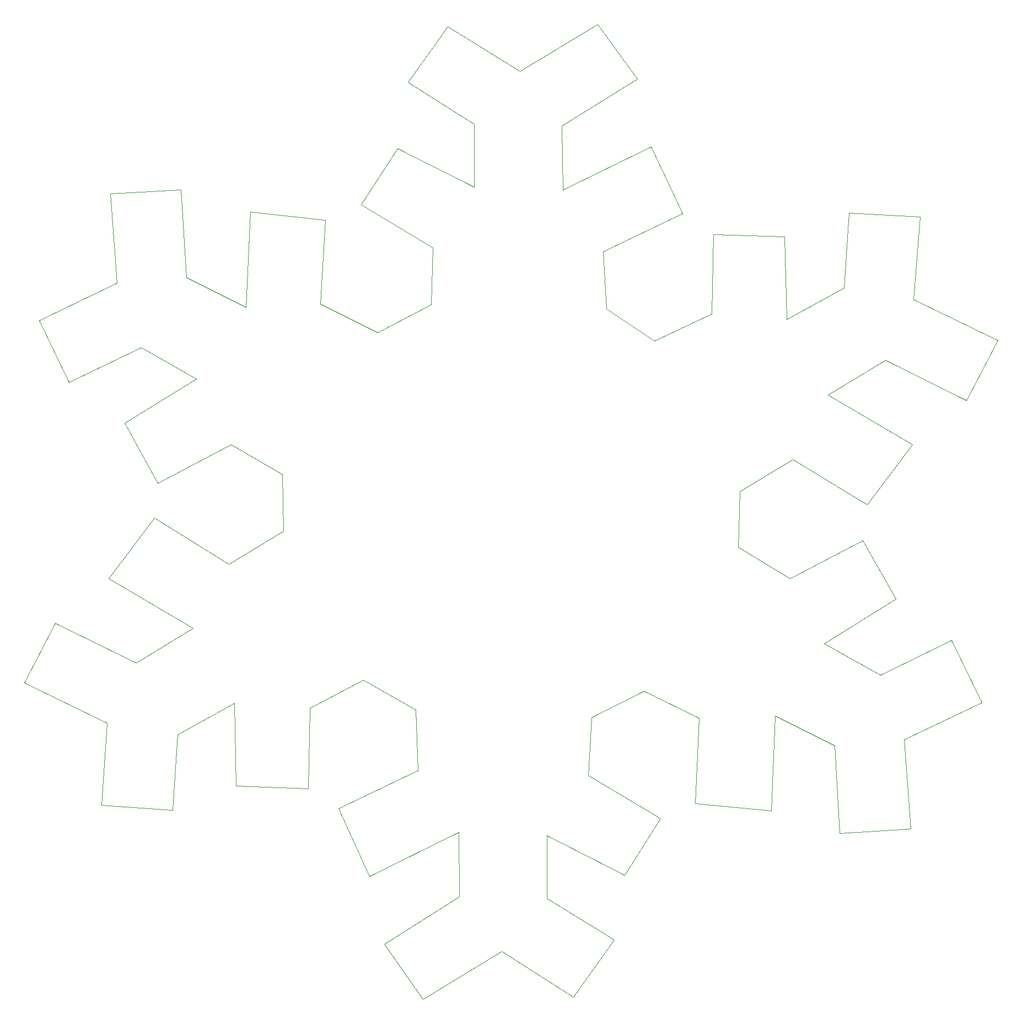
<source format=gbr>
%TF.GenerationSoftware,KiCad,Pcbnew,(5.1.9)-1*%
%TF.CreationDate,2021-12-13T22:42:44-05:00*%
%TF.ProjectId,Ornament,4f726e61-6d65-46e7-942e-6b696361645f,rev?*%
%TF.SameCoordinates,Original*%
%TF.FileFunction,Profile,NP*%
%FSLAX46Y46*%
G04 Gerber Fmt 4.6, Leading zero omitted, Abs format (unit mm)*
G04 Created by KiCad (PCBNEW (5.1.9)-1) date 2021-12-13 22:42:44*
%MOMM*%
%LPD*%
G01*
G04 APERTURE LIST*
%TA.AperFunction,Profile*%
%ADD10C,0.050000*%
%TD*%
G04 APERTURE END LIST*
D10*
X133604000Y-23749000D02*
X144653000Y-30607000D01*
X127508000Y-32258000D02*
X133604000Y-23749000D01*
X137668000Y-38735000D02*
X127508000Y-32258000D01*
X137668000Y-48387000D02*
X137668000Y-38735000D01*
X125857000Y-42418000D02*
X137668000Y-48387000D01*
X120269000Y-51054000D02*
X125857000Y-42418000D01*
X131318000Y-57658000D02*
X120269000Y-51054000D01*
X131064000Y-66421000D02*
X131318000Y-57658000D01*
X122809000Y-70739000D02*
X131064000Y-66421000D01*
X114046000Y-66294000D02*
X122809000Y-70739000D01*
X114808000Y-53467000D02*
X114046000Y-66294000D01*
X103251000Y-52197000D02*
X114808000Y-53467000D01*
X102616000Y-66802000D02*
X103251000Y-52197000D01*
X93472000Y-62230000D02*
X102616000Y-66802000D01*
X92583000Y-48768000D02*
X93472000Y-62230000D01*
X81788000Y-49403000D02*
X92583000Y-48768000D01*
X82804000Y-63119000D02*
X81788000Y-49403000D01*
X70866000Y-68834000D02*
X82804000Y-63119000D01*
X75438000Y-78359000D02*
X70866000Y-68834000D01*
X86487000Y-73025000D02*
X75438000Y-78359000D01*
X94996000Y-77851000D02*
X86487000Y-73025000D01*
X83947000Y-84582000D02*
X94996000Y-77851000D01*
X89027000Y-93853000D02*
X83947000Y-84582000D01*
X100330000Y-87884000D02*
X89027000Y-93853000D01*
X108204000Y-92456000D02*
X100330000Y-87884000D01*
X108331000Y-101219000D02*
X108204000Y-92456000D01*
X99949000Y-106299000D02*
X108331000Y-101219000D01*
X88519000Y-99187000D02*
X99949000Y-106299000D01*
X81534000Y-108458000D02*
X88519000Y-99187000D01*
X94488000Y-116078000D02*
X81534000Y-108458000D01*
X85725000Y-121412000D02*
X94488000Y-116078000D01*
X73279000Y-115316000D02*
X85725000Y-121412000D01*
X68580000Y-124460000D02*
X73279000Y-115316000D01*
X81280000Y-130683000D02*
X68580000Y-124460000D01*
X80391000Y-143256000D02*
X81280000Y-130683000D01*
X91313000Y-144018000D02*
X80391000Y-143256000D01*
X92075000Y-132461000D02*
X91313000Y-144018000D01*
X100838000Y-127635000D02*
X92075000Y-132461000D01*
X101092000Y-140335000D02*
X100838000Y-127635000D01*
X112141000Y-140716000D02*
X101092000Y-140335000D01*
X112395000Y-128397000D02*
X112141000Y-140716000D01*
X120650000Y-124079000D02*
X112395000Y-128397000D01*
X128651000Y-128651000D02*
X120650000Y-124079000D01*
X129032000Y-137922000D02*
X128651000Y-128651000D01*
X116840000Y-143764000D02*
X129032000Y-137922000D01*
X121539000Y-154178000D02*
X116840000Y-143764000D01*
X135255000Y-147447000D02*
X121539000Y-154178000D01*
X135382000Y-157353000D02*
X135255000Y-147447000D01*
X123825000Y-164592000D02*
X135382000Y-157353000D01*
X129794000Y-173101000D02*
X123825000Y-164592000D01*
X141859000Y-165735000D02*
X129794000Y-173101000D01*
X152908000Y-172720000D02*
X141859000Y-165735000D01*
X159131000Y-163957000D02*
X152908000Y-172720000D01*
X148844000Y-157607000D02*
X159131000Y-163957000D01*
X148844000Y-147955000D02*
X148844000Y-157607000D01*
X160782000Y-154051000D02*
X148844000Y-147955000D01*
X166243000Y-145288000D02*
X160782000Y-154051000D01*
X155194000Y-138684000D02*
X166243000Y-145288000D01*
X155702000Y-129794000D02*
X155194000Y-138684000D01*
X163703000Y-125730000D02*
X155702000Y-129794000D01*
X172212000Y-129921000D02*
X163703000Y-125730000D01*
X171577000Y-143002000D02*
X172212000Y-129921000D01*
X183261000Y-144145000D02*
X171577000Y-143002000D01*
X183896000Y-129540000D02*
X183261000Y-144145000D01*
X193040000Y-134112000D02*
X183896000Y-129540000D01*
X193802000Y-147574000D02*
X193040000Y-134112000D01*
X204724000Y-146939000D02*
X193802000Y-147574000D01*
X203708000Y-133223000D02*
X204724000Y-146939000D01*
X215646000Y-127508000D02*
X203708000Y-133223000D01*
X210947000Y-117983000D02*
X215646000Y-127508000D01*
X200025000Y-123317000D02*
X210947000Y-117983000D01*
X191389000Y-118491000D02*
X200025000Y-123317000D01*
X202438000Y-111633000D02*
X191389000Y-118491000D01*
X197358000Y-102616000D02*
X202438000Y-111633000D01*
X186182000Y-108458000D02*
X197358000Y-102616000D01*
X178181000Y-103632000D02*
X186182000Y-108458000D01*
X178435000Y-95123000D02*
X178181000Y-103632000D01*
X186563000Y-90170000D02*
X178435000Y-95123000D01*
X197993000Y-97155000D02*
X186563000Y-90170000D01*
X204978000Y-87884000D02*
X197993000Y-97155000D01*
X192024000Y-80264000D02*
X204978000Y-87884000D01*
X200787000Y-74930000D02*
X192024000Y-80264000D01*
X213233000Y-81153000D02*
X200787000Y-74930000D01*
X218059000Y-71882000D02*
X213233000Y-81153000D01*
X205105000Y-65659000D02*
X218059000Y-71882000D01*
X206121000Y-52959000D02*
X205105000Y-65659000D01*
X195199000Y-52324000D02*
X206121000Y-52959000D01*
X194437000Y-63881000D02*
X195199000Y-52324000D01*
X185674000Y-68707000D02*
X194437000Y-63881000D01*
X185293000Y-56007000D02*
X185674000Y-68707000D01*
X174371000Y-55626000D02*
X185293000Y-56007000D01*
X174117000Y-67818000D02*
X174371000Y-55626000D01*
X165354000Y-72009000D02*
X174117000Y-67818000D01*
X157988000Y-67056000D02*
X165354000Y-72009000D01*
X157480000Y-58293000D02*
X157988000Y-67056000D01*
X169672000Y-52451000D02*
X157480000Y-58293000D01*
X164846000Y-42164000D02*
X169672000Y-52451000D01*
X151257000Y-48768000D02*
X164846000Y-42164000D01*
X151130000Y-38989000D02*
X151257000Y-48768000D01*
X162687000Y-31750000D02*
X151130000Y-38989000D01*
X156591000Y-23368000D02*
X162687000Y-31750000D01*
X144653000Y-30607000D02*
X156591000Y-23368000D01*
M02*

</source>
